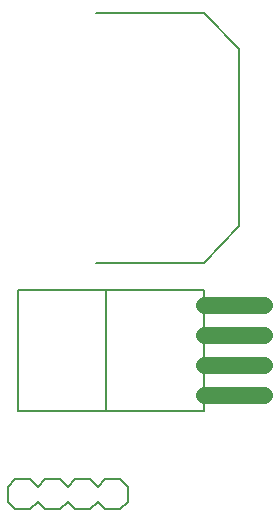
<source format=gto>
G75*
G70*
%OFA0B0*%
%FSLAX24Y24*%
%IPPOS*%
%LPD*%
%AMOC8*
5,1,8,0,0,1.08239X$1,22.5*
%
%ADD10C,0.0080*%
%ADD11C,0.0050*%
%ADD12C,0.0551*%
D10*
X000395Y000645D02*
X000645Y000395D01*
X001145Y000395D01*
X001395Y000645D01*
X001645Y000395D01*
X002145Y000395D01*
X002395Y000645D01*
X002645Y000395D01*
X003145Y000395D01*
X003395Y000645D01*
X003645Y000395D01*
X004145Y000395D01*
X004395Y000645D01*
X004395Y001145D01*
X004145Y001395D01*
X003645Y001395D01*
X003395Y001145D01*
X003145Y001395D01*
X002645Y001395D01*
X002395Y001145D01*
X002145Y001395D01*
X001645Y001395D01*
X001395Y001145D01*
X001145Y001395D01*
X000645Y001395D01*
X000395Y001145D01*
X000395Y000645D01*
D11*
X000730Y003683D02*
X000730Y007698D01*
X003683Y007698D01*
X003683Y003683D01*
X006950Y003683D01*
X006950Y004191D01*
X006950Y005191D01*
X006950Y006191D01*
X006950Y007191D01*
X006950Y007698D01*
X003683Y007698D01*
X003328Y008604D02*
X006950Y008604D01*
X008092Y009824D01*
X008092Y015730D01*
X006950Y016950D01*
X003328Y016950D01*
X003683Y003683D02*
X000730Y003683D01*
D12*
X006950Y004191D02*
X008927Y004191D01*
X008919Y005191D02*
X006950Y005191D01*
X006950Y006191D02*
X008919Y006191D01*
X008919Y007191D02*
X006950Y007191D01*
M02*

</source>
